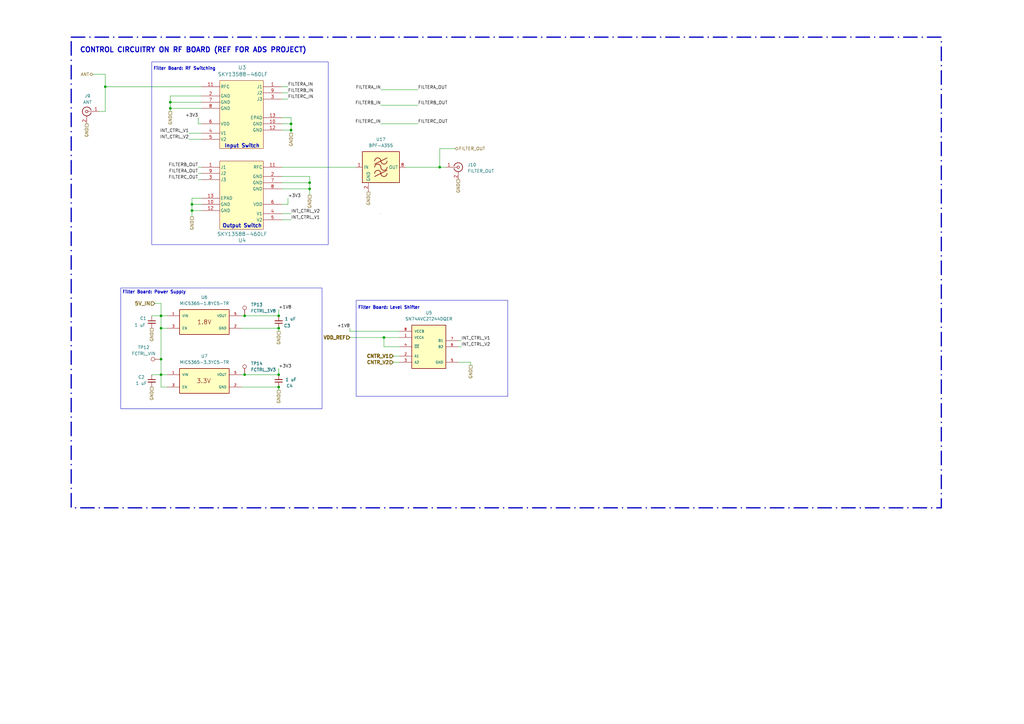
<source format=kicad_sch>
(kicad_sch (version 20231120) (generator "eeschema") (generator_version "8.0")
  (paper "A3")
  (title_block (title "Filter + Matching Networks") (date "2025-04-29") (rev "v1.0"))
  (lib_symbols
    (symbol "Connector:Conn_Coaxial" (pin_names (offset 1.016) hide)
      (property "Reference" "J" (at 0.254 3.048 0))
      (property "Value" "Conn_Coaxial" (at 2.921 0 90))
      (symbol "Conn_Coaxial_0_1"
        (arc (start -1.778 -0.508) (mid 0.2311 -1.8066) (end 1.778 0) (stroke (width 0.254)))
        (polyline (pts (xy -2.54 0) (xy -0.508 0)))
        (polyline (pts (xy 0 -2.54) (xy 0 -1.778)))
        (circle (center 0 0) (radius 0.508) (stroke (width 0.2032)))
        (arc (start 1.778 0) (mid 0.2099 1.8101) (end -1.778 0.508) (stroke (width 0.254)))
      )
      (symbol "Conn_Coaxial_1_1"
        (pin passive line (at -5.08 0 0) (length 2.54) (name "In") (number "1"))
        (pin passive line (at 0 -5.08 90) (length 2.54) (name "Ext") (number "2"))
      )
    )
    (symbol "Connector:TestPoint" (pin_numbers hide) (pin_names (offset 0.762) hide)
      (property "Reference" "TP" (at 0 6.858 0))
      (property "Value" "TestPoint" (at 0 5.08 0))
      (symbol "TestPoint_0_1"
        (circle (center 0 3.302) (radius 0.762))
      )
      (symbol "TestPoint_1_1"
        (pin passive line (at 0 0 90) (length 2.54) (name "1") (number "1"))
      )
    )
    (symbol "Device:C_Small" (pin_numbers hide) (pin_names (offset 0.254) hide)
      (property "Reference" "C" (at 0.254 1.778 0))
      (property "Value" "C_Small" (at 0.254 -2.032 0))
      (symbol "C_Small_0_1"
        (polyline (pts (xy -1.524 -0.508) (xy 1.524 -0.508)) (stroke (width 0.3302)))
        (polyline (pts (xy -1.524 0.508) (xy 1.524 0.508)) (stroke (width 0.3048)))
      )
      (symbol "C_Small_1_1"
        (pin passive line (at 0 2.54 270) (length 2.032) (name "~") (number "1"))
        (pin passive line (at 0 -2.54 90) (length 2.032) (name "~") (number "2"))
      )
    )
    (symbol "RF_Filter:BPF-A355"
      (property "Reference" "U" (at -6.35 7.62 0))
      (property "Value" "BPF-A355" (at 6.35 7.62 0))
      (symbol "BPF-A355_0_1"
        (rectangle (start -7.62 6.35) (end 7.62 -6.35) (stroke (width 0.254)) (fill (type background)))
        (arc (start 0 -2.54) (mid -1.27 -1.2755) (end -2.54 -2.54) (stroke (width 0.254)))
        (arc (start 0 -2.54) (mid 1.27 -3.8045) (end 2.54 -2.54) (stroke (width 0.254)))
        (arc (start 0 0) (mid -1.27 1.2645) (end -2.54 0) (stroke (width 0.254)))
        (polyline (pts (xy -2.54 -3.81) (xy 2.54 -1.27)) (stroke (width 0.254)))
        (polyline (pts (xy -2.54 1.27) (xy 2.54 3.81)) (stroke (width 0.254)))
        (arc (start 0 0) (mid 1.27 -1.2645) (end 2.54 0) (stroke (width 0.254)))
        (arc (start 0 2.54) (mid -1.27 3.8045) (end -2.54 2.54) (stroke (width 0.254)))
        (arc (start 0 2.54) (mid 1.27 1.2755) (end 2.54 2.54) (stroke (width 0.254)))
      )
      (symbol "BPF-A355_1_1"
        (pin input line (at -10.16 0 0) (length 2.54) (name "IN") (number "1"))
        (pin passive line (at -5.08 -10.16 90) (length 3.81) hide (name "GND") (number "10"))
        (pin passive line (at -5.08 -10.16 90) (length 3.81) hide (name "GND") (number "11"))
        (pin passive line (at -5.08 -10.16 90) (length 3.81) hide (name "GND") (number "12"))
        (pin passive line (at -5.08 -10.16 90) (length 3.81) hide (name "GND") (number "13"))
        (pin passive line (at -5.08 -10.16 90) (length 3.81) hide (name "GND") (number "14"))
        (pin power_in line (at -5.08 -10.16 90) (length 3.81) (name "GND") (number "2"))
        (pin passive line (at -5.08 -10.16 90) (length 3.81) hide (name "GND") (number "3"))
        (pin passive line (at -5.08 -10.16 90) (length 3.81) hide (name "GND") (number "4"))
        (pin passive line (at -5.08 -10.16 90) (length 3.81) hide (name "GND") (number "5"))
        (pin passive line (at -5.08 -10.16 90) (length 3.81) hide (name "GND") (number "6"))
        (pin passive line (at -5.08 -10.16 90) (length 3.81) hide (name "GND") (number "7"))
        (pin output line (at 10.16 0 180) (length 2.54) (name "OUT") (number "8"))
        (pin passive line (at -5.08 -10.16 90) (length 3.81) hide (name "GND") (number "9"))
      )
    )
    (symbol "Radio Telescope:MIC5365-1.8YC5-TR" (pin_names (offset 1.016))
      (property "Reference" "U" (at -10.16 6.35 0))
      (property "Value" "MIC5365-1.8YC5-TR" (at -10.414 -6.35 0))
      (symbol "MIC5365-1.8YC5-TR_0_0"
        (rectangle (start -10.16 5.08) (end 10.16 -5.08) (stroke (width 0.254)) (fill (type background)))
        (pin input line (at -15.24 2.54 0) (length 5.08) (name "VIN") (number "1"))
        (pin power_in line (at 15.24 -2.54 180) (length 5.08) (name "GND") (number "2"))
        (pin input line (at -15.24 -2.54 0) (length 5.08) (name "EN") (number "3"))
        (pin output line (at 15.24 2.54 180) (length 5.08) (name "VOUT") (number "5"))
      )
      (symbol "MIC5365-1.8YC5-TR_1_1"
        (text "1.8V" (at 0 0 0) (effects (font (size 1.778 1.778))))
      )
    )
    (symbol "Radio Telescope:MIC5365-3.3YC5-TR" (pin_names (offset 1.016))
      (property "Reference" "U" (at -10.16 6.35 0))
      (property "Value" "MIC5365-3.3YC5-TR" (at -10.414 -6.858 0))
      (symbol "MIC5365-3.3YC5-TR_0_0"
        (rectangle (start -10.16 5.08) (end 10.16 -5.08) (stroke (width 0.254)) (fill (type background)))
        (pin input line (at -15.24 2.54 0) (length 5.08) (name "VIN") (number "1"))
        (pin power_in line (at 15.24 -2.54 180) (length 5.08) (name "GND") (number "2"))
        (pin input line (at -15.24 -2.54 0) (length 5.08) (name "EN") (number "3"))
        (pin output line (at 15.24 2.54 180) (length 5.08) (name "VOUT") (number "5"))
      )
      (symbol "MIC5365-3.3YC5-TR_1_1"
        (text "3.3V" (at -0.254 0 0) (effects (font (size 1.778 1.778))))
      )
    )
    (symbol "Radio Telescope:SKY13588-460LF" (pin_names (offset 0.254))
      (property "Reference" "U" (at 16.764 9.906 0))
      (property "Value" "SKY13588-460LF" (at 16.764 7.366 0))
      (symbol "SKY13588-460LF_0_1"
        (pin power_out line (at 33.02 -12.7 180) (length 7.62) (name "GND") (number "10"))
        (pin power_out line (at 33.02 -15.24 180) (length 7.62) (name "GND") (number "12"))
        (pin power_out line (at 33.02 -10.16 180) (length 7.62) (name "EPAD") (number "13"))
        (pin power_out line (at 0 -1.27 0) (length 7.62) (name "GND") (number "2"))
        (pin bidirectional line (at 33.02 -2.54 180) (length 7.62) (name "J3") (number "3"))
        (pin bidirectional line (at 0 -16.51 0) (length 7.62) (name "V1") (number "4"))
        (pin bidirectional line (at 0 -19.05 0) (length 7.62) (name "V2") (number "5"))
        (pin power_in line (at 0 -12.7 0) (length 7.62) (name "VDD") (number "6"))
        (pin power_out line (at 0 -3.81 0) (length 7.62) (name "GND") (number "7"))
        (pin power_out line (at 0 -6.35 0) (length 7.62) (name "GND") (number "8"))
        (pin bidirectional line (at 33.02 0 180) (length 7.62) (name "J2") (number "9"))
      )
      (symbol "SKY13588-460LF_1_1"
        (rectangle (start 7.62 5.08) (end 25.4 -22.86) (fill (type background)))
        (pin bidirectional line (at 33.02 2.54 180) (length 7.62) (name "J1") (number "1"))
        (pin bidirectional line (at 0 2.54 0) (length 7.62) (name "RFC") (number "11"))
      )
    )
    (symbol "Radio Telescope:SN74AVC2T244DQER" (pin_names (offset 1.016))
      (property "Reference" "U" (at -12.7 13.7 0))
      (property "Value" "SN74AVC2T244DQER" (at -15.748 -8.382 0))
      (symbol "SN74AVC2T244DQER_0_0"
        (rectangle (start -12.7 12.7) (end 1.27 -5.08) (stroke (width 0.254)) (fill (type background)))
        (pin power_in line (at -17.78 7.62 0) (length 5.08) (name "VCCA") (number "1"))
        (pin input line (at -17.78 0 0) (length 5.08) (name "A1") (number "2"))
        (pin input line (at -17.78 -2.54 0) (length 5.08) (name "A2") (number "3"))
        (pin input line (at -17.78 3.81 0) (length 5.08) (name "~{OE}") (number "4"))
        (pin power_in line (at 6.35 -2.54 180) (length 5.08) (name "GND") (number "5"))
        (pin output line (at 6.35 3.81 180) (length 5.08) (name "B2") (number "6"))
        (pin output line (at 6.35 6.35 180) (length 5.08) (name "B1") (number "7"))
        (pin power_in line (at -17.78 10.16 0) (length 5.08) (name "VCCB") (number "8"))
      )
    )
  )
  (junction (at 180.34 68.58))
  (junction (at 100.33 153.67))
  (junction (at 66.04 153.67))
  (junction (at 69.85 41.91))
  (junction (at 114.3 158.75))
  (junction (at 114.3 153.67))
  (junction (at 127 74.93))
  (junction (at 78.74 83.82))
  (junction (at 69.85 44.45))
  (junction (at 66.04 134.62))
  (junction (at 119.38 50.8))
  (junction (at 43.18 35.56))
  (junction (at 100.33 129.54))
  (junction (at 66.04 147.32))
  (junction (at 78.74 86.36))
  (junction (at 114.3 134.62))
  (junction (at 114.3 129.54))
  (junction (at 127 77.47))
  (junction (at 119.38 53.34))
  (junction (at 157.48 138.43))
  (junction (at 66.04 129.54))
  (wire (pts (xy 115.57 87.63) (xy 119.38 87.63)))
  (wire (pts (xy 38.1 30.48) (xy 43.18 30.48)))
  (wire (pts (xy 118.11 40.64) (xy 115.57 40.64)))
  (wire (pts (xy 118.11 38.1) (xy 115.57 38.1)))
  (wire (pts (xy 156.21 36.83) (xy 171.45 36.83)))
  (wire (pts (xy 119.38 48.26) (xy 119.38 50.8)))
  (wire (pts (xy 156.21 43.18) (xy 171.45 43.18)))
  (wire (pts (xy 99.06 158.75) (xy 114.3 158.75)))
  (wire (pts (xy 81.28 73.66) (xy 82.55 73.66)))
  (wire (pts (xy 161.29 148.59) (xy 163.83 148.59)))
  (wire (pts (xy 40.64 45.72) (xy 43.18 45.72)))
  (wire (pts (xy 69.85 45.72) (xy 69.85 44.45)))
  (wire (pts (xy 119.38 53.34) (xy 119.38 54.61)))
  (wire (pts (xy 82.55 39.37) (xy 69.85 39.37)))
  (wire (pts (xy 62.23 153.67) (xy 66.04 153.67)))
  (wire (pts (xy 78.74 86.36) (xy 78.74 83.82)))
  (wire (pts (xy 114.3 158.75) (xy 114.3 160.02)))
  (wire (pts (xy 100.33 153.67) (xy 114.3 153.67)))
  (wire (pts (xy 66.04 129.54) (xy 66.04 134.62)))
  (wire (pts (xy 66.04 147.32) (xy 66.04 153.67)))
  (wire (pts (xy 182.88 68.58) (xy 180.34 68.58)))
  (wire (pts (xy 115.57 83.82) (xy 118.11 83.82)))
  (wire (pts (xy 66.04 134.62) (xy 66.04 147.32)))
  (wire (pts (xy 82.55 86.36) (xy 78.74 86.36)))
  (wire (pts (xy 66.04 124.46) (xy 66.04 129.54)))
  (wire (pts (xy 81.28 50.8) (xy 82.55 50.8)))
  (wire (pts (xy 115.57 74.93) (xy 127 74.93)))
  (wire (pts (xy 143.51 138.43) (xy 157.48 138.43)))
  (wire (pts (xy 69.85 41.91) (xy 69.85 44.45)))
  (wire (pts (xy 77.47 57.15) (xy 82.55 57.15)))
  (wire (pts (xy 186.69 60.96) (xy 180.34 60.96)))
  (wire (pts (xy 82.55 81.28) (xy 78.74 81.28)))
  (wire (pts (xy 157.48 138.43) (xy 163.83 138.43)))
  (wire (pts (xy 146.05 68.58) (xy 115.57 68.58)))
  (wire (pts (xy 69.85 39.37) (xy 69.85 41.91)))
  (wire (pts (xy 115.57 77.47) (xy 127 77.47)))
  (wire (pts (xy 115.57 90.17) (xy 119.38 90.17)))
  (wire (pts (xy 99.06 153.67) (xy 100.33 153.67)))
  (wire (pts (xy 66.04 129.54) (xy 68.58 129.54)))
  (wire (pts (xy 156.21 50.8) (xy 171.45 50.8)))
  (wire (pts (xy 189.23 139.7) (xy 187.96 139.7)))
  (wire (pts (xy 63.5 124.46) (xy 66.04 124.46)))
  (wire (pts (xy 77.47 54.61) (xy 82.55 54.61)))
  (wire (pts (xy 157.48 138.43) (xy 157.48 142.24)))
  (wire (pts (xy 69.85 44.45) (xy 82.55 44.45)))
  (wire (pts (xy 127 80.01) (xy 127 77.47)))
  (wire (pts (xy 62.23 129.54) (xy 66.04 129.54)))
  (wire (pts (xy 193.04 148.59) (xy 193.04 149.86)))
  (wire (pts (xy 143.51 134.62) (xy 143.51 135.89)))
  (wire (pts (xy 143.51 135.89) (xy 163.83 135.89)))
  (wire (pts (xy 66.04 153.67) (xy 68.58 153.67)))
  (wire (pts (xy 127 77.47) (xy 127 74.93)))
  (wire (pts (xy 187.96 148.59) (xy 193.04 148.59)))
  (wire (pts (xy 43.18 45.72) (xy 43.18 35.56)))
  (wire (pts (xy 115.57 72.39) (xy 127 72.39)))
  (wire (pts (xy 180.34 60.96) (xy 180.34 68.58)))
  (wire (pts (xy 66.04 153.67) (xy 66.04 158.75)))
  (wire (pts (xy 119.38 50.8) (xy 119.38 53.34)))
  (wire (pts (xy 157.48 142.24) (xy 163.83 142.24)))
  (wire (pts (xy 66.04 134.62) (xy 68.58 134.62)))
  (wire (pts (xy 180.34 68.58) (xy 166.37 68.58)))
  (wire (pts (xy 114.3 127) (xy 114.3 129.54)))
  (wire (pts (xy 115.57 50.8) (xy 119.38 50.8)))
  (wire (pts (xy 99.06 134.62) (xy 114.3 134.62)))
  (wire (pts (xy 43.18 35.56) (xy 82.55 35.56)))
  (wire (pts (xy 100.33 129.54) (xy 114.3 129.54)))
  (wire (pts (xy 81.28 71.12) (xy 82.55 71.12)))
  (wire (pts (xy 78.74 83.82) (xy 82.55 83.82)))
  (wire (pts (xy 189.23 142.24) (xy 187.96 142.24)))
  (wire (pts (xy 78.74 83.82) (xy 78.74 81.28)))
  (wire (pts (xy 114.3 134.62) (xy 114.3 135.89)))
  (wire (pts (xy 69.85 41.91) (xy 82.55 41.91)))
  (wire (pts (xy 118.11 83.82) (xy 118.11 81.28)))
  (wire (pts (xy 81.28 68.58) (xy 82.55 68.58)))
  (wire (pts (xy 43.18 30.48) (xy 43.18 35.56)))
  (wire (pts (xy 118.11 35.56) (xy 115.57 35.56)))
  (wire (pts (xy 115.57 53.34) (xy 119.38 53.34)))
  (wire (pts (xy 115.57 48.26) (xy 119.38 48.26)))
  (wire (pts (xy 99.06 129.54) (xy 100.33 129.54)))
  (wire (pts (xy 78.74 88.9) (xy 78.74 86.36)))
  (wire (pts (xy 127 74.93) (xy 127 72.39)))
  (wire (pts (xy 81.28 48.26) (xy 81.28 50.8)))
  (wire (pts (xy 161.29 146.05) (xy 163.83 146.05)))
  (wire (pts (xy 114.3 151.13) (xy 114.3 153.67)))
  (wire (pts (xy 66.04 158.75) (xy 68.58 158.75)))
  (rectangle (start 62.23 25.4) (end 134.62 100.33))
  (rectangle (start 156.21 87.63) (end 156.21 87.63))
  (rectangle (start 146.05 123.19) (end 208.28 162.56))
  (rectangle (start 49.53 118.11) (end 132.08 167.64))
  (rectangle (start 29.21 15.24) (end 386.08 208.28) (stroke (width 0.508) (type dash_dot)))
  (text "Filter Board: Level Shifter" (at 159.512 126.238 0) (effects (font (size 1.27 1.27) (thickness 0.254) (bold yes))))
  (text "Filter Board: Power Supply" (at 63.246 119.888 0) (effects (font (size 1.27 1.27) (thickness 0.254) (bold yes))))
  (text "Input Switch" (at 99.314 59.944 0) (effects (font (size 1.524 1.524) (thickness 0.3048) (bold yes))))
  (text "Filter Board: RF Switching" (at 75.692 28.194 0) (effects (font (size 1.27 1.27) (thickness 0.254) (bold yes))))
  (text "Output Switch" (at 99.314 92.71 0) (effects (font (size 1.524 1.524) (thickness 0.3048) (bold yes))))
  (text "CONTROL CIRCUITRY ON RF BOARD (REF FOR ADS PROJECT)" (at 79.248 20.574 0) (effects (font (size 2.032 2.032) (thickness 0.4064) (bold yes))))
  (label "+3V3" (at 81.28 48.26 180))
  (label "INT_CTRL_V1" (at 77.47 54.61 180))
  (label "FILTERA_IN" (at 118.11 35.56 0))
  (label "INT_CTRL_V1" (at 189.23 139.7 0))
  (label "FILTERB_IN" (at 118.11 38.1 0))
  (label "INT_CTRL_V1" (at 119.38 90.17 0))
  (label "INT_CTRL_V2" (at 119.38 87.63 0))
  (label "FILTERB_OUT" (at 171.45 43.18 0))
  (label "+3V3" (at 114.3 151.13 0))
  (label "+1V8" (at 143.51 134.62 180))
  (label "FILTERC_OUT" (at 171.45 50.8 0))
  (label "+3V3" (at 118.11 81.28 0))
  (label "FILTERB_IN" (at 156.21 43.18 180))
  (label "FILTERA_OUT" (at 81.28 71.12 180))
  (label "+1V8" (at 114.3 127 0))
  (label "INT_CTRL_V2" (at 189.23 142.24 0))
  (label "FILTERC_IN" (at 118.11 40.64 0))
  (label "FILTERC_IN" (at 156.21 50.8 180))
  (label "FILTERC_OUT" (at 81.28 73.66 180))
  (label "FILTERB_OUT" (at 81.28 68.58 180))
  (label "INT_CTRL_V2" (at 77.47 57.15 180))
  (label "FILTERA_OUT" (at 171.45 36.83 0))
  (label "FILTERA_IN" (at 156.21 36.83 180))
  (hierarchical_label "GND" (shape passive) (at 119.38 54.61 270))
  (hierarchical_label "GND" (shape passive) (at 69.85 45.72 270))
  (hierarchical_label "5V_IN" (shape input) (at 63.5 124.46 180) (effects (font (size 1.524 1.524) (thickness 0.254) (bold yes))))
  (hierarchical_label "GND" (shape passive) (at 151.13 78.74 270))
  (hierarchical_label "GND" (shape passive) (at 78.74 88.9 270))
  (hierarchical_label "FILTER_OUT" (shape bidirectional) (at 186.69 60.96 0))
  (hierarchical_label "GND" (shape passive) (at 62.23 158.75 270))
  (hierarchical_label "GND" (shape passive) (at 62.23 134.62 270))
  (hierarchical_label "GND" (shape passive) (at 187.96 73.66 270))
  (hierarchical_label "VDD_REF" (shape input) (at 143.51 138.43 180) (effects (font (size 1.397 1.397) (thickness 0.3556) (bold yes))))
  (hierarchical_label "ANT" (shape bidirectional) (at 38.1 30.48 180))
  (hierarchical_label "GND" (shape passive) (at 193.04 149.86 270))
  (hierarchical_label "GND" (shape passive) (at 114.3 135.89 270))
  (hierarchical_label "GND" (shape passive) (at 127 80.01 270))
  (hierarchical_label "CNTR_V2" (shape input) (at 161.29 148.59 180) (effects (font (size 1.397 1.397) (thickness 0.3048) (bold yes))))
  (hierarchical_label "GND" (shape passive) (at 114.3 160.02 270))
  (hierarchical_label "CNTR_V1" (shape input) (at 161.29 146.05 180) (effects (font (size 1.397 1.397) (thickness 0.3556) (bold yes))))
  (hierarchical_label "GND" (shape passive) (at 35.56 50.8 270))
  (symbol (lib_id "Connector:TestPoint") (at 100.33 153.67 0) (unit 1)
    (property "Reference" "TP14" (at 102.87 149.0979 0) (effects (justify left)))
    (property "Value" "FCTRL_3V3" (at 102.87 151.6379 0) (effects (justify left)))
    (property "Footprint" "Library:TestPoint_Pad_D1.0mm_Edit" (effects (hide yes)))
    (property "Description" "test point" (effects (hide yes)))
  )
  (symbol (lib_id "Radio Telescope:SKY13588-460LF") (at 82.55 38.1 0) (unit 1)
    (property "Reference" "U3" (at 99.314 27.686 0) (effects (font (size 1.524 1.524))))
    (property "Value" "SKY13588-460LF" (at 99.568 30.48 0) (effects (font (size 1.524 1.524))))
    (property "Footprint" "Library:QFN12_SKY" (effects (hide yes)))
    (property "Datasheet" "SKY13588-460LF" (effects (hide yes)))
  )
  (symbol (lib_id "Device:C_Small") (at 114.3 132.08 180) (unit 1)
    (property "Reference" "C3" (at 119.126 133.604 0) (effects (justify left)))
    (property "Value" "1 uF" (at 121.412 130.81 0) (effects (justify left)))
    (property "Footprint" "Capacitor_SMD:C_0805_2012Metric" (effects (hide yes)))
    (property "Description" "Unpolarized capacitor, small symbol" (effects (hide yes)))
  )
  (symbol (lib_id "Device:C_Small") (at 62.23 156.21 0) (unit 1)
    (property "Reference" "C2" (at 56.642 154.686 0) (effects (justify left)))
    (property "Value" "1 uF" (at 55.626 157.226 0) (effects (justify left)))
    (property "Footprint" "Capacitor_SMD:C_0805_2012Metric" (effects (hide yes)))
    (property "Description" "Unpolarized capacitor, small symbol" (effects (hide yes)))
  )
  (symbol (lib_id "RF_Filter:BPF-A355") (at 156.21 68.58 0) (unit 1)
    (property "Reference" "U17" (at 156.21 57.15 0))
    (property "Value" "BPF-A355" (at 156.21 59.69 0))
    (property "Footprint" "RF_Mini-Circuits:Mini-Circuits_HQ1157" (effects (hide yes)))
    (property "Datasheet" "https://www.minicircuits.com/pdfs/BPF-A355+.pdf" (effects (hide yes)))
    (property "Description" "Bandpass Filter, 310 to 400 MHz, 50 Ohm, Mini-Circuits HQ1157" (effects (hide yes)))
  )
  (symbol (lib_id "Radio Telescope:MIC5365-1.8YC5-TR") (at 83.82 132.08 0) (unit 1)
    (property "Reference" "U6" (at 83.82 121.92 0))
    (property "Value" "MIC5365-1.8YC5-TR" (at 83.82 124.46 0))
    (property "Footprint" "Library:SOT65P210X110-5N" (effects (hide yes)))
    (property "PARTREV" "3.1 - July 16, 2013" (effects (hide yes)))
    (property "STANDARD" "IPC 7351B" (effects (hide yes)))
    (property "MAXIMUM_PACKAGE_HEIGHT" "1.10mm" (effects (hide yes)))
    (property "MANUFACTURER" "Micrel" (effects (hide yes)))
  )
  (symbol (lib_id "Connector:Conn_Coaxial") (at 35.56 45.72 0) (mirror y) (unit 1)
    (property "Reference" "J9" (at 35.8774 39.37 0))
    (property "Value" "ANT" (at 35.8774 41.91 0))
    (property "Footprint" "Library:CONN_142-0711-821_CIN" (effects (hide yes)))
    (property "Description" "coaxial connector (BNC, SMA, SMB, SMC, Cinch/RCA, LEMO, ...)" (effects (hide yes)))
  )
  (symbol (lib_id "Radio Telescope:SKY13588-460LF") (at 115.57 71.12 0) (mirror y) (unit 1)
    (property "Reference" "U4" (at 99.314 98.552 0) (effects (font (size 1.524 1.524))))
    (property "Value" "SKY13588-460LF" (at 99.314 96.012 0) (effects (font (size 1.524 1.524))))
    (property "Footprint" "Library:QFN12_SKY" (effects (hide yes)))
    (property "Datasheet" "SKY13588-460LF" (effects (hide yes)))
  )
  (symbol (lib_id "Connector:TestPoint") (at 66.04 147.32 90) (unit 1)
    (property "Reference" "TP12" (at 58.928 142.494 90))
    (property "Value" "FCTRL_VIN" (at 58.928 145.034 90))
    (property "Footprint" "Library:TestPoint_Pad_D1.0mm_Edit" (effects (hide yes)))
    (property "Description" "test point" (effects (hide yes)))
  )
  (symbol (lib_id "Radio Telescope:SN74AVC2T244DQER") (at 181.61 146.05 0) (unit 1)
    (property "Reference" "U5" (at 175.895 128.27 0))
    (property "Value" "SN74AVC2T244DQER" (at 175.895 130.81 0))
    (property "Footprint" "Library:SON35P140X100X40-8N" (effects (hide yes)))
    (property "PARTREV" "SEPTEMBER 2011" (effects (hide yes)))
    (property "STANDARD" "IPC 7351B" (effects (hide yes)))
    (property "MAXIMUM_PACKAGE_HEIGHT" "0.40 mm" (effects (hide yes)))
    (property "MANUFACTURER" "Texas Instruments" (effects (hide yes)))
  )
  (symbol (lib_id "Device:C_Small") (at 62.23 132.08 0) (unit 1)
    (property "Reference" "C1" (at 57.404 130.556 0) (effects (justify left)))
    (property "Value" "1 uF" (at 55.118 133.35 0) (effects (justify left)))
    (property "Footprint" "Capacitor_SMD:C_0805_2012Metric" (effects (hide yes)))
    (property "Description" "Unpolarized capacitor, small symbol" (effects (hide yes)))
  )
  (symbol (lib_id "Connector:TestPoint") (at 100.33 129.54 0) (unit 1)
    (property "Reference" "TP13" (at 102.87 124.9679 0) (effects (justify left)))
    (property "Value" "FCTRL_1V8" (at 102.87 127.5079 0) (effects (justify left)))
    (property "Footprint" "Library:TestPoint_Pad_D1.0mm_Edit" (effects (hide yes)))
    (property "Description" "test point" (effects (hide yes)))
  )
  (symbol (lib_id "Radio Telescope:MIC5365-3.3YC5-TR") (at 83.82 156.21 0) (unit 1)
    (property "Reference" "U7" (at 83.82 146.05 0))
    (property "Value" "MIC5365-3.3YC5-TR" (at 83.82 148.59 0))
    (property "Footprint" "Library:SOT65P210X110-5N" (effects (hide yes)))
    (property "PARTREV" "3.1 - July 16, 2013" (effects (hide yes)))
    (property "STANDARD" "IPC 7351B" (effects (hide yes)))
    (property "MAXIMUM_PACKAGE_HEIGHT" "1.10mm" (effects (hide yes)))
    (property "MANUFACTURER" "Micrel" (effects (hide yes)))
  )
  (symbol (lib_id "Device:C_Small") (at 114.3 156.21 180) (unit 1)
    (property "Reference" "C4" (at 120.142 158.242 0) (effects (justify left)))
    (property "Value" "1 uF" (at 121.666 155.702 0) (effects (justify left)))
    (property "Footprint" "Capacitor_SMD:C_0805_2012Metric" (effects (hide yes)))
    (property "Description" "Unpolarized capacitor, small symbol" (effects (hide yes)))
  )
  (symbol (lib_id "Connector:Conn_Coaxial") (at 187.96 68.58 0) (unit 1)
    (property "Reference" "J10" (at 191.77 67.6031 0) (effects (justify left)))
    (property "Value" "FILTER_OUT" (at 191.77 70.1431 0) (effects (justify left)))
    (property "Footprint" "Library:CONN_142-0711-821_CIN" (effects (hide yes)))
    (property "Description" "coaxial connector (BNC, SMA, SMB, SMC, Cinch/RCA, LEMO, ...)" (effects (hide yes)))
  )
)
</source>
